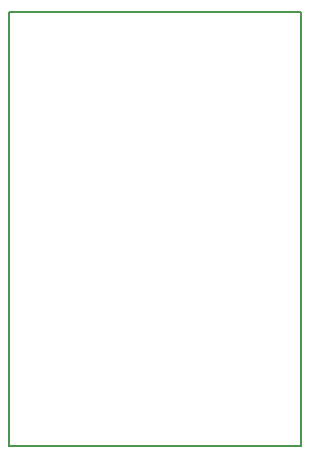
<source format=gbr>
G04 #@! TF.GenerationSoftware,KiCad,Pcbnew,(6.0.0-rc1-dev-205-gc0615c5ef)*
G04 #@! TF.CreationDate,2018-08-06T10:52:03+02:00*
G04 #@! TF.ProjectId,DIODECOVER01B,44494F4445434F5645523031422E6B69,REV*
G04 #@! TF.SameCoordinates,Original*
G04 #@! TF.FileFunction,Profile,NP*
%FSLAX46Y46*%
G04 Gerber Fmt 4.6, Leading zero omitted, Abs format (unit mm)*
G04 Created by KiCad (PCBNEW (6.0.0-rc1-dev-205-gc0615c5ef)) date 08/06/18 10:52:03*
%MOMM*%
%LPD*%
G01*
G04 APERTURE LIST*
%ADD10C,0.200000*%
G04 APERTURE END LIST*
D10*
X5334000Y39116000D02*
X30080000Y39116000D01*
X5334000Y39116000D02*
X5334000Y2370000D01*
X5334000Y2370000D02*
X30080000Y2370000D01*
X30080000Y39116000D02*
X30080000Y2370000D01*
M02*

</source>
